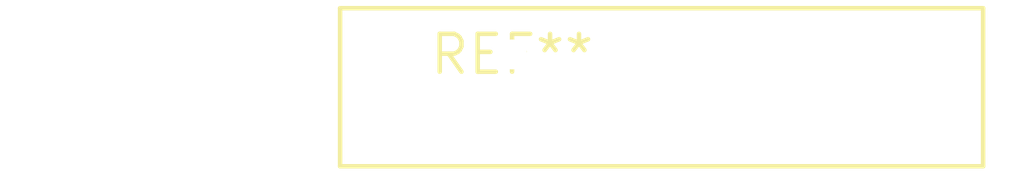
<source format=kicad_pcb>
(kicad_pcb (version 20240108) (generator pcbnew)
  (layers (0 "F.Cu" signal) (31 "B.Cu" signal) (34 "B.Paste" user) (35 "F.Paste" user) (36 "B.SilkS" user "B.Silkscreen") (37 "F.SilkS" user "F.Silkscreen") (38 "B.Mask" user) (39 "F.Mask" user) (44 "Edge.Cuts" user))
  (net 0 "")
  (footprint "RV_Disc_D21.5mm_W5.3mm_P10mm" (layer "F.Cu") (at 0 0)
    (property "Reference" "REF**")
    (property "Value" "RV_Disc_D21.5mm_W5.3mm_P10mm")
    (fp_line (start -5.75 -1.55) (end -5.75 3.75) (layer "F.SilkS") (stroke (width 0.15)))
    (fp_line (start -5.75 -1.55) (end 15.75 -1.55) (layer "F.SilkS") (stroke (width 0.15)))
    (fp_line (start -5.75 3.75) (end 15.75 3.75) (layer "F.SilkS") (stroke (width 0.15)))
    (fp_line (start 15.75 -1.55) (end 15.75 3.75) (layer "F.SilkS") (stroke (width 0.15)))
    (pad "1" thru_hole circle (at 0 0) (size 2 2) (drill 1) (layers *.Cu *.Mask) (remove_unused_layers))
    (pad "2" thru_hole circle (at 10 2.2) (size 2 2) (drill 1) (layers *.Cu *.Mask) (remove_unused_layers))
  )
)
</source>
